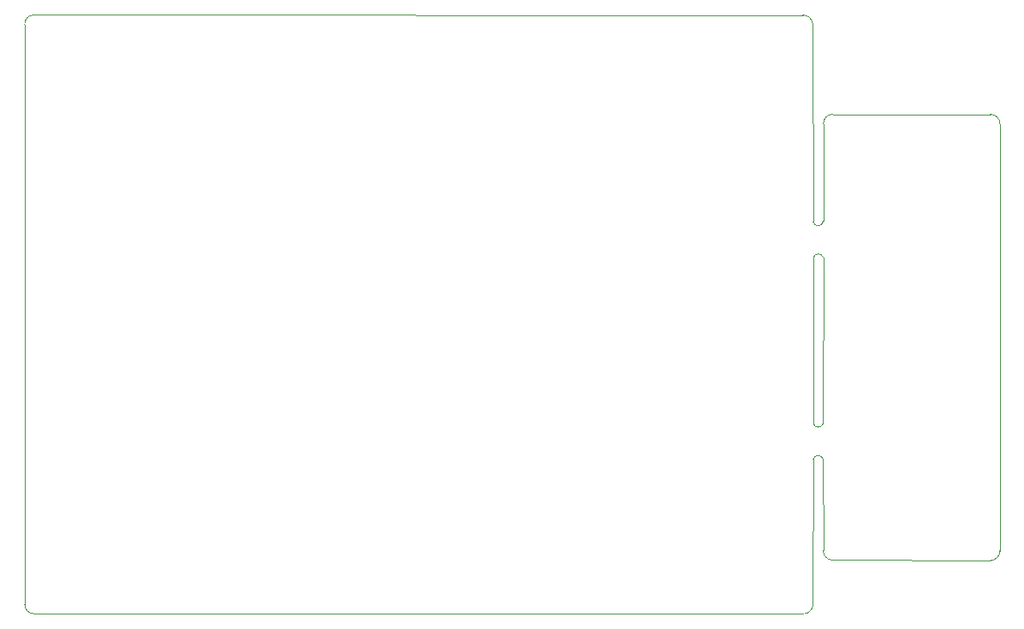
<source format=gbr>
%TF.GenerationSoftware,KiCad,Pcbnew,8.0.2*%
%TF.CreationDate,2024-12-22T13:37:02+01:00*%
%TF.ProjectId,FT25_AMS_Slave,46543235-5f41-44d5-935f-536c6176652e,rev?*%
%TF.SameCoordinates,Original*%
%TF.FileFunction,Profile,NP*%
%FSLAX46Y46*%
G04 Gerber Fmt 4.6, Leading zero omitted, Abs format (unit mm)*
G04 Created by KiCad (PCBNEW 8.0.2) date 2024-12-22 13:37:02*
%MOMM*%
%LPD*%
G01*
G04 APERTURE LIST*
%TA.AperFunction,Profile*%
%ADD10C,0.050000*%
%TD*%
G04 APERTURE END LIST*
D10*
X171980000Y-119990000D02*
G75*
G02*
X171029623Y-119060680I-40400J909300D01*
G01*
X171035688Y-86436125D02*
G75*
G02*
X170005708Y-86533674I-525588J63125D01*
G01*
X187540000Y-75890000D02*
G75*
G02*
X188490377Y-76819320I40400J-909300D01*
G01*
X169020000Y-66059949D02*
G75*
G02*
X169989999Y-67040000I0J-970051D01*
G01*
X92050001Y-124370000D02*
X92051482Y-67006775D01*
X93000415Y-125299321D02*
G75*
G02*
X92050001Y-124370000I-40415J909321D01*
G01*
X170027812Y-109990230D02*
G75*
G02*
X171015204Y-109985802I494488J-174370D01*
G01*
X171025285Y-90045773D02*
X171016402Y-106459564D01*
X170027812Y-109990230D02*
X170000000Y-124350000D01*
X171035688Y-86436125D02*
X171030000Y-76840000D01*
X188480000Y-119070000D02*
G75*
G02*
X187550680Y-120020377I-909300J-40400D01*
G01*
X188490414Y-76819321D02*
X188480000Y-119070000D01*
X169989999Y-67040000D02*
X170005680Y-86533683D01*
X169013166Y-66060703D02*
X92980803Y-66056361D01*
X171980000Y-119990000D02*
X187550679Y-120020414D01*
X169070679Y-125300414D02*
X93000415Y-125299321D01*
X92051482Y-67006775D02*
G75*
G02*
X92980802Y-66056406I909318J40375D01*
G01*
X169999999Y-124350000D02*
G75*
G02*
X169070680Y-125300376I-909299J-40400D01*
G01*
X170037812Y-90050230D02*
G75*
G02*
X171025205Y-90045802I494488J-174270D01*
G01*
X170037812Y-90050230D02*
X170051139Y-106503319D01*
X171016402Y-106459564D02*
G75*
G02*
X170051187Y-106503302I-489202J123664D01*
G01*
X171015285Y-109985773D02*
X171029586Y-119060679D01*
X171959321Y-75889586D02*
X187540000Y-75890000D01*
X171030000Y-76840000D02*
G75*
G02*
X171959320Y-75889623I909300J40400D01*
G01*
M02*

</source>
